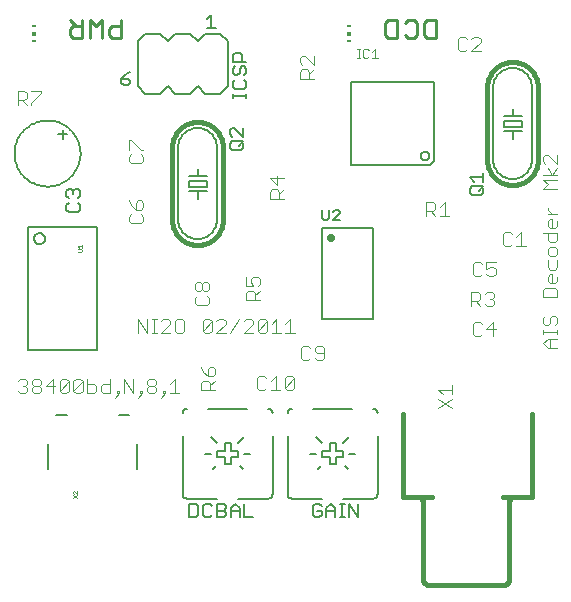
<source format=gto>
G75*
G70*
%OFA0B0*%
%FSLAX24Y24*%
%IPPOS*%
%LPD*%
%AMOC8*
5,1,8,0,0,1.08239X$1,22.5*
%
%ADD10C,0.0040*%
%ADD11C,0.0110*%
%ADD12C,0.0060*%
%ADD13C,0.0030*%
%ADD14C,0.0160*%
%ADD15C,0.0050*%
%ADD16R,0.0118X0.0059*%
%ADD17R,0.0118X0.0118*%
%ADD18C,0.0010*%
%ADD19C,0.0080*%
%ADD20C,0.0070*%
%ADD21C,0.0279*%
%ADD22C,0.0161*%
D10*
X004424Y006453D02*
X004577Y006606D01*
X004501Y006606D01*
X004501Y006683D01*
X004577Y006683D01*
X004577Y006606D01*
X004501Y006606D01*
X004501Y006683D01*
X004577Y006683D01*
X004577Y006606D01*
X004424Y006453D01*
X004270Y006606D02*
X004040Y006606D01*
X003964Y006683D01*
X003964Y006836D01*
X004040Y006913D01*
X004270Y006913D01*
X004040Y006913D01*
X003964Y006836D01*
X003964Y006683D01*
X004040Y006606D01*
X004270Y006606D01*
X004270Y007067D01*
X004270Y006606D01*
X003810Y006683D02*
X003810Y006836D01*
X003733Y006913D01*
X003503Y006913D01*
X003733Y006913D01*
X003810Y006836D01*
X003810Y006683D01*
X003733Y006606D01*
X003503Y006606D01*
X003503Y007067D01*
X003503Y006606D01*
X003733Y006606D01*
X003810Y006683D01*
X003350Y006683D02*
X003350Y006990D01*
X003043Y006683D01*
X003120Y006606D01*
X003273Y006606D01*
X003350Y006683D01*
X003273Y006606D01*
X003120Y006606D01*
X003043Y006683D01*
X003043Y006990D01*
X003120Y007067D01*
X003273Y007067D01*
X003350Y006990D01*
X003043Y006683D01*
X003043Y006990D01*
X003120Y007067D01*
X003273Y007067D01*
X003350Y006990D01*
X003350Y006683D01*
X002889Y006683D02*
X002889Y006990D01*
X002582Y006683D01*
X002659Y006606D01*
X002813Y006606D01*
X002889Y006683D01*
X002813Y006606D01*
X002659Y006606D01*
X002582Y006683D01*
X002582Y006990D01*
X002659Y007067D01*
X002813Y007067D01*
X002889Y006990D01*
X002582Y006683D01*
X002582Y006990D01*
X002659Y007067D01*
X002813Y007067D01*
X002889Y006990D01*
X002889Y006683D01*
X002429Y006836D02*
X002122Y006836D01*
X002352Y007067D01*
X002352Y006606D01*
X002352Y007067D01*
X002122Y006836D01*
X002429Y006836D01*
X001969Y006760D02*
X001969Y006683D01*
X001892Y006606D01*
X001738Y006606D01*
X001662Y006683D01*
X001662Y006760D01*
X001738Y006836D01*
X001892Y006836D01*
X001969Y006760D01*
X001969Y006683D01*
X001892Y006606D01*
X001738Y006606D01*
X001662Y006683D01*
X001662Y006760D01*
X001738Y006836D01*
X001662Y006913D01*
X001662Y006990D01*
X001738Y007067D01*
X001892Y007067D01*
X001969Y006990D01*
X001969Y006913D01*
X001892Y006836D01*
X001738Y006836D01*
X001662Y006913D01*
X001662Y006990D01*
X001738Y007067D01*
X001892Y007067D01*
X001969Y006990D01*
X001969Y006913D01*
X001892Y006836D01*
X001969Y006760D01*
X001508Y006760D02*
X001508Y006683D01*
X001432Y006606D01*
X001278Y006606D01*
X001201Y006683D01*
X001278Y006606D01*
X001432Y006606D01*
X001508Y006683D01*
X001508Y006760D01*
X001432Y006836D01*
X001355Y006836D01*
X001432Y006836D01*
X001508Y006913D01*
X001508Y006990D01*
X001432Y007067D01*
X001278Y007067D01*
X001201Y006990D01*
X001278Y007067D01*
X001432Y007067D01*
X001508Y006990D01*
X001508Y006913D01*
X001432Y006836D01*
X001508Y006760D01*
X004731Y006606D02*
X004731Y007067D01*
X005038Y006606D01*
X005038Y007067D01*
X005038Y006606D01*
X004731Y007067D01*
X004731Y006606D01*
X005191Y006453D02*
X005345Y006606D01*
X005268Y006606D01*
X005268Y006683D01*
X005345Y006683D01*
X005345Y006606D01*
X005268Y006606D01*
X005268Y006683D01*
X005345Y006683D01*
X005345Y006606D01*
X005191Y006453D01*
X005498Y006683D02*
X005498Y006760D01*
X005575Y006836D01*
X005728Y006836D01*
X005805Y006760D01*
X005805Y006683D01*
X005728Y006606D01*
X005575Y006606D01*
X005498Y006683D01*
X005498Y006760D01*
X005575Y006836D01*
X005498Y006913D01*
X005498Y006990D01*
X005575Y007067D01*
X005728Y007067D01*
X005805Y006990D01*
X005805Y006913D01*
X005728Y006836D01*
X005575Y006836D01*
X005498Y006913D01*
X005498Y006990D01*
X005575Y007067D01*
X005728Y007067D01*
X005805Y006990D01*
X005805Y006913D01*
X005728Y006836D01*
X005805Y006760D01*
X005805Y006683D01*
X005728Y006606D01*
X005575Y006606D01*
X005498Y006683D01*
X005958Y006453D02*
X006112Y006606D01*
X006035Y006606D01*
X006035Y006683D01*
X006112Y006683D01*
X006112Y006606D01*
X006035Y006606D01*
X006035Y006683D01*
X006112Y006683D01*
X006112Y006606D01*
X005958Y006453D01*
X006265Y006606D02*
X006572Y006606D01*
X006265Y006606D01*
X006419Y006606D02*
X006419Y007067D01*
X006265Y006913D01*
X006419Y007067D01*
X006419Y006606D01*
X007301Y006706D02*
X007301Y006936D01*
X007378Y007013D01*
X007531Y007013D01*
X007608Y006936D01*
X007608Y006706D01*
X007761Y006706D02*
X007301Y006706D01*
X007608Y006860D02*
X007761Y007013D01*
X007685Y007167D02*
X007761Y007243D01*
X007761Y007397D01*
X007685Y007474D01*
X007608Y007474D01*
X007531Y007397D01*
X007531Y007167D01*
X007685Y007167D01*
X007531Y007167D02*
X007378Y007320D01*
X007301Y007474D01*
X007426Y008606D02*
X007350Y008683D01*
X007657Y008990D01*
X007657Y008683D01*
X007580Y008606D01*
X007426Y008606D01*
X007350Y008683D02*
X007350Y008990D01*
X007426Y009067D01*
X007580Y009067D01*
X007657Y008990D01*
X007810Y008990D02*
X007887Y009067D01*
X008040Y009067D01*
X008117Y008990D01*
X008117Y008913D01*
X007810Y008606D01*
X008117Y008606D01*
X008270Y008606D02*
X008577Y009067D01*
X008731Y008990D02*
X008807Y009067D01*
X008961Y009067D01*
X009038Y008990D01*
X009038Y008913D01*
X008731Y008606D01*
X009038Y008606D01*
X009191Y008683D02*
X009498Y008990D01*
X009498Y008683D01*
X009421Y008606D01*
X009268Y008606D01*
X009191Y008683D01*
X009191Y008990D01*
X009268Y009067D01*
X009421Y009067D01*
X009498Y008990D01*
X009651Y008913D02*
X009805Y009067D01*
X009805Y008606D01*
X009958Y008606D02*
X009651Y008606D01*
X010112Y008606D02*
X010419Y008606D01*
X010265Y008606D02*
X010265Y009067D01*
X010112Y008913D01*
X010707Y008167D02*
X010631Y008090D01*
X010631Y007783D01*
X010707Y007706D01*
X010861Y007706D01*
X010938Y007783D01*
X011091Y007783D02*
X011168Y007706D01*
X011321Y007706D01*
X011398Y007783D01*
X011398Y008090D01*
X011321Y008167D01*
X011168Y008167D01*
X011091Y008090D01*
X011091Y008013D01*
X011168Y007936D01*
X011398Y007936D01*
X010938Y008090D02*
X010861Y008167D01*
X010707Y008167D01*
X010321Y007167D02*
X010168Y007167D01*
X010091Y007090D01*
X010091Y006783D01*
X010398Y007090D01*
X010398Y006783D01*
X010321Y006706D01*
X010168Y006706D01*
X010091Y006783D01*
X009938Y006706D02*
X009631Y006706D01*
X009784Y006706D02*
X009784Y007167D01*
X009631Y007013D01*
X009477Y007090D02*
X009400Y007167D01*
X009247Y007167D01*
X009170Y007090D01*
X009170Y006783D01*
X009247Y006706D01*
X009400Y006706D01*
X009477Y006783D01*
X010321Y007167D02*
X010398Y007090D01*
X009261Y009706D02*
X008801Y009706D01*
X008801Y009936D01*
X008878Y010013D01*
X009031Y010013D01*
X009108Y009936D01*
X009108Y009706D01*
X009108Y009860D02*
X009261Y010013D01*
X009185Y010167D02*
X009261Y010243D01*
X009261Y010397D01*
X009185Y010474D01*
X009031Y010474D01*
X008955Y010397D01*
X008955Y010320D01*
X009031Y010167D01*
X008801Y010167D01*
X008801Y010474D01*
X007561Y010226D02*
X007561Y010073D01*
X007485Y009996D01*
X007408Y009996D01*
X007331Y010073D01*
X007331Y010226D01*
X007408Y010303D01*
X007485Y010303D01*
X007561Y010226D01*
X007331Y010226D02*
X007255Y010303D01*
X007178Y010303D01*
X007101Y010226D01*
X007101Y010073D01*
X007178Y009996D01*
X007255Y009996D01*
X007331Y010073D01*
X007178Y009842D02*
X007101Y009766D01*
X007101Y009612D01*
X007178Y009536D01*
X007485Y009536D01*
X007561Y009612D01*
X007561Y009766D01*
X007485Y009842D01*
X006659Y009067D02*
X006736Y008990D01*
X006736Y008683D01*
X006659Y008606D01*
X006506Y008606D01*
X006429Y008683D01*
X006429Y008990D01*
X006506Y009067D01*
X006659Y009067D01*
X006276Y008990D02*
X006199Y009067D01*
X006045Y009067D01*
X005969Y008990D01*
X005815Y009067D02*
X005662Y009067D01*
X005738Y009067D02*
X005738Y008606D01*
X005662Y008606D02*
X005815Y008606D01*
X005969Y008606D02*
X006276Y008913D01*
X006276Y008990D01*
X006276Y008606D02*
X005969Y008606D01*
X005508Y008606D02*
X005508Y009067D01*
X005201Y009067D02*
X005201Y008606D01*
X005508Y008606D02*
X005201Y009067D01*
X005285Y012256D02*
X004978Y012256D01*
X004901Y012333D01*
X004901Y012486D01*
X004978Y012563D01*
X005131Y012717D02*
X005131Y012947D01*
X005208Y013024D01*
X005285Y013024D01*
X005361Y012947D01*
X005361Y012793D01*
X005285Y012717D01*
X005131Y012717D01*
X004978Y012870D01*
X004901Y013024D01*
X005285Y012563D02*
X005361Y012486D01*
X005361Y012333D01*
X005285Y012256D01*
X005285Y014256D02*
X004978Y014256D01*
X004901Y014333D01*
X004901Y014486D01*
X004978Y014563D01*
X004901Y014717D02*
X004901Y015024D01*
X004978Y015024D01*
X005285Y014717D01*
X005361Y014717D01*
X005285Y014563D02*
X005361Y014486D01*
X005361Y014333D01*
X005285Y014256D01*
X001948Y016590D02*
X001641Y016283D01*
X001641Y016206D01*
X001488Y016206D02*
X001334Y016360D01*
X001411Y016360D02*
X001181Y016360D01*
X001181Y016206D02*
X001181Y016667D01*
X001411Y016667D01*
X001488Y016590D01*
X001488Y016436D01*
X001411Y016360D01*
X001641Y016667D02*
X001948Y016667D01*
X001948Y016590D01*
X009601Y013776D02*
X009831Y013546D01*
X009831Y013853D01*
X010061Y013776D02*
X009601Y013776D01*
X009678Y013392D02*
X009831Y013392D01*
X009908Y013316D01*
X009908Y013086D01*
X009908Y013239D02*
X010061Y013392D01*
X010061Y013086D02*
X009601Y013086D01*
X009601Y013316D01*
X009678Y013392D01*
X010601Y017086D02*
X010601Y017316D01*
X010678Y017392D01*
X010831Y017392D01*
X010908Y017316D01*
X010908Y017086D01*
X010908Y017239D02*
X011061Y017392D01*
X011061Y017546D02*
X010755Y017853D01*
X010678Y017853D01*
X010601Y017776D01*
X010601Y017623D01*
X010678Y017546D01*
X011061Y017546D02*
X011061Y017853D01*
X011061Y017086D02*
X010601Y017086D01*
X014801Y012967D02*
X015032Y012967D01*
X015108Y012890D01*
X015108Y012736D01*
X015032Y012660D01*
X014801Y012660D01*
X014801Y012506D02*
X014801Y012967D01*
X014955Y012660D02*
X015108Y012506D01*
X015262Y012506D02*
X015569Y012506D01*
X015415Y012506D02*
X015415Y012967D01*
X015262Y012813D01*
X016428Y010967D02*
X016351Y010890D01*
X016351Y010583D01*
X016428Y010506D01*
X016582Y010506D01*
X016658Y010583D01*
X016812Y010583D02*
X016888Y010506D01*
X017042Y010506D01*
X017119Y010583D01*
X017119Y010736D01*
X017042Y010813D01*
X016965Y010813D01*
X016812Y010736D01*
X016812Y010967D01*
X017119Y010967D01*
X016658Y010890D02*
X016582Y010967D01*
X016428Y010967D01*
X016532Y009967D02*
X016301Y009967D01*
X016301Y009506D01*
X016301Y009660D02*
X016532Y009660D01*
X016608Y009736D01*
X016608Y009890D01*
X016532Y009967D01*
X016762Y009890D02*
X016838Y009967D01*
X016992Y009967D01*
X017069Y009890D01*
X017069Y009813D01*
X016992Y009736D01*
X017069Y009660D01*
X017069Y009583D01*
X016992Y009506D01*
X016838Y009506D01*
X016762Y009583D01*
X016608Y009506D02*
X016455Y009660D01*
X016915Y009736D02*
X016992Y009736D01*
X017042Y008967D02*
X016812Y008736D01*
X017119Y008736D01*
X017042Y008506D02*
X017042Y008967D01*
X016658Y008890D02*
X016582Y008967D01*
X016428Y008967D01*
X016351Y008890D01*
X016351Y008583D01*
X016428Y008506D01*
X016582Y008506D01*
X016658Y008583D01*
X015661Y006874D02*
X015661Y006567D01*
X015661Y006720D02*
X015201Y006720D01*
X015355Y006567D01*
X015201Y006413D02*
X015661Y006106D01*
X015661Y006413D02*
X015201Y006106D01*
X018701Y008260D02*
X018855Y008413D01*
X019161Y008413D01*
X019161Y008567D02*
X019161Y008720D01*
X019161Y008643D02*
X018701Y008643D01*
X018701Y008567D02*
X018701Y008720D01*
X018778Y008874D02*
X018701Y008950D01*
X018701Y009104D01*
X018778Y009180D01*
X018931Y009104D02*
X019008Y009180D01*
X019085Y009180D01*
X019161Y009104D01*
X019161Y008950D01*
X019085Y008874D01*
X018931Y008950D02*
X018931Y009104D01*
X018931Y008950D02*
X018855Y008874D01*
X018778Y008874D01*
X018931Y008413D02*
X018931Y008106D01*
X018855Y008106D02*
X018701Y008260D01*
X018855Y008106D02*
X019161Y008106D01*
X019161Y009794D02*
X018701Y009794D01*
X018701Y010024D01*
X018778Y010101D01*
X019085Y010101D01*
X019161Y010024D01*
X019161Y009794D01*
X019085Y010255D02*
X018931Y010255D01*
X018855Y010331D01*
X018855Y010485D01*
X018931Y010561D01*
X019008Y010561D01*
X019008Y010255D01*
X019085Y010255D02*
X019161Y010331D01*
X019161Y010485D01*
X019085Y010715D02*
X019161Y010792D01*
X019161Y011022D01*
X019085Y011175D02*
X019161Y011252D01*
X019161Y011405D01*
X019085Y011482D01*
X018931Y011482D01*
X018855Y011405D01*
X018855Y011252D01*
X018931Y011175D01*
X019085Y011175D01*
X018855Y011022D02*
X018855Y010792D01*
X018931Y010715D01*
X019085Y010715D01*
X019085Y011636D02*
X018931Y011636D01*
X018855Y011712D01*
X018855Y011943D01*
X018701Y011943D02*
X019161Y011943D01*
X019161Y011712D01*
X019085Y011636D01*
X019085Y012096D02*
X018931Y012096D01*
X018855Y012173D01*
X018855Y012326D01*
X018931Y012403D01*
X019008Y012403D01*
X019008Y012096D01*
X019085Y012096D02*
X019161Y012173D01*
X019161Y012326D01*
X019161Y012556D02*
X018855Y012556D01*
X019008Y012556D02*
X018855Y012710D01*
X018855Y012787D01*
X018701Y013400D02*
X018855Y013554D01*
X018701Y013707D01*
X019161Y013707D01*
X019161Y013861D02*
X018701Y013861D01*
X018855Y014091D02*
X019008Y013861D01*
X019161Y014091D01*
X019161Y014244D02*
X018855Y014551D01*
X018778Y014551D01*
X018701Y014474D01*
X018701Y014321D01*
X018778Y014244D01*
X019161Y014244D02*
X019161Y014551D01*
X019161Y013400D02*
X018701Y013400D01*
X017965Y011967D02*
X017965Y011506D01*
X017812Y011506D02*
X018119Y011506D01*
X017812Y011813D02*
X017965Y011967D01*
X017658Y011890D02*
X017582Y011967D01*
X017428Y011967D01*
X017351Y011890D01*
X017351Y011583D01*
X017428Y011506D01*
X017582Y011506D01*
X017658Y011583D01*
X016619Y018006D02*
X016312Y018006D01*
X016619Y018313D01*
X016619Y018390D01*
X016542Y018467D01*
X016388Y018467D01*
X016312Y018390D01*
X016158Y018390D02*
X016082Y018467D01*
X015928Y018467D01*
X015851Y018390D01*
X015851Y018083D01*
X015928Y018006D01*
X016082Y018006D01*
X016158Y018083D01*
D11*
X015126Y018441D02*
X015126Y019031D01*
X014831Y019031D01*
X014733Y018933D01*
X014733Y018539D01*
X014831Y018441D01*
X015126Y018441D01*
X014482Y018539D02*
X014482Y018933D01*
X014384Y019031D01*
X014187Y019031D01*
X014088Y018933D01*
X013837Y019031D02*
X013837Y018441D01*
X013542Y018441D01*
X013444Y018539D01*
X013444Y018933D01*
X013542Y019031D01*
X013837Y019031D01*
X014088Y018539D02*
X014187Y018441D01*
X014384Y018441D01*
X014482Y018539D01*
X004626Y018441D02*
X004331Y018441D01*
X004233Y018539D01*
X004233Y018736D01*
X004331Y018834D01*
X004626Y018834D01*
X004626Y019031D02*
X004626Y018441D01*
X003982Y018441D02*
X003982Y019031D01*
X003785Y018834D01*
X003588Y019031D01*
X003588Y018441D01*
X003337Y018441D02*
X003042Y018441D01*
X002944Y018539D01*
X002944Y018736D01*
X003042Y018834D01*
X003337Y018834D01*
X003141Y018834D02*
X002944Y019031D01*
X003337Y019031D02*
X003337Y018441D01*
D12*
X005181Y018336D02*
X005181Y016836D01*
X005431Y016586D01*
X005931Y016586D01*
X006181Y016836D01*
X006431Y016586D01*
X006931Y016586D01*
X007181Y016836D01*
X007431Y016586D01*
X007931Y016586D01*
X008181Y016836D01*
X008181Y018336D01*
X007931Y018586D01*
X007431Y018586D01*
X007181Y018336D01*
X006931Y018586D01*
X006431Y018586D01*
X006181Y018336D01*
X005931Y018586D01*
X005431Y018586D01*
X005181Y018336D01*
X002681Y015386D02*
X002681Y015236D01*
X002831Y015236D01*
X002681Y015236D02*
X002681Y015086D01*
X002681Y015236D02*
X002531Y015236D01*
X001081Y014586D02*
X001083Y014652D01*
X001089Y014717D01*
X001099Y014782D01*
X001112Y014847D01*
X001130Y014910D01*
X001151Y014973D01*
X001176Y015033D01*
X001205Y015093D01*
X001237Y015150D01*
X001272Y015206D01*
X001311Y015259D01*
X001353Y015310D01*
X001397Y015358D01*
X001445Y015403D01*
X001495Y015446D01*
X001548Y015485D01*
X001603Y015522D01*
X001660Y015555D01*
X001719Y015584D01*
X001779Y015610D01*
X001841Y015632D01*
X001904Y015651D01*
X001968Y015665D01*
X002033Y015676D01*
X002099Y015683D01*
X002165Y015686D01*
X002230Y015685D01*
X002296Y015680D01*
X002361Y015671D01*
X002426Y015658D01*
X002489Y015642D01*
X002552Y015622D01*
X002613Y015597D01*
X002673Y015570D01*
X002731Y015539D01*
X002787Y015504D01*
X002841Y015466D01*
X002892Y015425D01*
X002941Y015381D01*
X002987Y015334D01*
X003031Y015285D01*
X003071Y015233D01*
X003108Y015178D01*
X003142Y015122D01*
X003172Y015063D01*
X003199Y015003D01*
X003222Y014942D01*
X003241Y014879D01*
X003257Y014815D01*
X003269Y014750D01*
X003277Y014685D01*
X003281Y014619D01*
X003281Y014553D01*
X003277Y014487D01*
X003269Y014422D01*
X003257Y014357D01*
X003241Y014293D01*
X003222Y014230D01*
X003199Y014169D01*
X003172Y014109D01*
X003142Y014050D01*
X003108Y013994D01*
X003071Y013939D01*
X003031Y013887D01*
X002987Y013838D01*
X002941Y013791D01*
X002892Y013747D01*
X002841Y013706D01*
X002787Y013668D01*
X002731Y013633D01*
X002673Y013602D01*
X002613Y013575D01*
X002552Y013550D01*
X002489Y013530D01*
X002426Y013514D01*
X002361Y013501D01*
X002296Y013492D01*
X002230Y013487D01*
X002165Y013486D01*
X002099Y013489D01*
X002033Y013496D01*
X001968Y013507D01*
X001904Y013521D01*
X001841Y013540D01*
X001779Y013562D01*
X001719Y013588D01*
X001660Y013617D01*
X001603Y013650D01*
X001548Y013687D01*
X001495Y013726D01*
X001445Y013769D01*
X001397Y013814D01*
X001353Y013862D01*
X001311Y013913D01*
X001272Y013966D01*
X001237Y014022D01*
X001205Y014079D01*
X001176Y014139D01*
X001151Y014199D01*
X001130Y014262D01*
X001112Y014325D01*
X001099Y014390D01*
X001089Y014455D01*
X001083Y014520D01*
X001081Y014586D01*
X001530Y012134D02*
X003833Y012134D01*
X003833Y008039D01*
X001530Y008039D01*
X001530Y012134D01*
X001733Y011750D02*
X001735Y011776D01*
X001741Y011802D01*
X001750Y011827D01*
X001763Y011850D01*
X001779Y011871D01*
X001798Y011889D01*
X001820Y011905D01*
X001843Y011917D01*
X001868Y011925D01*
X001894Y011930D01*
X001921Y011931D01*
X001947Y011928D01*
X001972Y011921D01*
X001997Y011911D01*
X002019Y011897D01*
X002040Y011880D01*
X002057Y011861D01*
X002072Y011839D01*
X002083Y011815D01*
X002091Y011789D01*
X002095Y011763D01*
X002095Y011737D01*
X002091Y011711D01*
X002083Y011685D01*
X002072Y011661D01*
X002057Y011639D01*
X002040Y011620D01*
X002019Y011603D01*
X001997Y011589D01*
X001972Y011579D01*
X001947Y011572D01*
X001921Y011569D01*
X001894Y011570D01*
X001868Y011575D01*
X001843Y011583D01*
X001820Y011595D01*
X001798Y011611D01*
X001779Y011629D01*
X001763Y011650D01*
X001750Y011673D01*
X001741Y011698D01*
X001735Y011724D01*
X001733Y011750D01*
X006531Y012386D02*
X006531Y014786D01*
X006533Y014836D01*
X006539Y014885D01*
X006548Y014934D01*
X006561Y014982D01*
X006578Y015029D01*
X006598Y015074D01*
X006622Y015118D01*
X006649Y015160D01*
X006680Y015200D01*
X006713Y015237D01*
X006749Y015271D01*
X006787Y015303D01*
X006828Y015332D01*
X006870Y015357D01*
X006915Y015379D01*
X006961Y015398D01*
X007009Y015413D01*
X007057Y015424D01*
X007106Y015432D01*
X007156Y015436D01*
X007206Y015436D01*
X007256Y015432D01*
X007305Y015424D01*
X007353Y015413D01*
X007401Y015398D01*
X007447Y015379D01*
X007492Y015357D01*
X007534Y015332D01*
X007575Y015303D01*
X007613Y015271D01*
X007649Y015237D01*
X007682Y015200D01*
X007713Y015160D01*
X007740Y015118D01*
X007764Y015074D01*
X007784Y015029D01*
X007801Y014982D01*
X007814Y014934D01*
X007823Y014885D01*
X007829Y014836D01*
X007831Y014786D01*
X007831Y012386D01*
X007829Y012336D01*
X007823Y012287D01*
X007814Y012238D01*
X007801Y012190D01*
X007784Y012143D01*
X007764Y012098D01*
X007740Y012054D01*
X007713Y012012D01*
X007682Y011972D01*
X007649Y011935D01*
X007613Y011901D01*
X007575Y011869D01*
X007534Y011840D01*
X007492Y011815D01*
X007447Y011793D01*
X007401Y011774D01*
X007353Y011759D01*
X007305Y011748D01*
X007256Y011740D01*
X007206Y011736D01*
X007156Y011736D01*
X007106Y011740D01*
X007057Y011748D01*
X007009Y011759D01*
X006961Y011774D01*
X006915Y011793D01*
X006870Y011815D01*
X006828Y011840D01*
X006787Y011869D01*
X006749Y011901D01*
X006713Y011935D01*
X006680Y011972D01*
X006649Y012012D01*
X006622Y012054D01*
X006598Y012098D01*
X006578Y012143D01*
X006561Y012190D01*
X006548Y012238D01*
X006539Y012287D01*
X006533Y012336D01*
X006531Y012386D01*
X007181Y013086D02*
X007181Y013336D01*
X006881Y013336D01*
X006881Y013486D02*
X006881Y013686D01*
X007481Y013686D01*
X007481Y013486D01*
X006881Y013486D01*
X006881Y013836D02*
X007181Y013836D01*
X007181Y014086D01*
X007181Y013836D02*
X007481Y013836D01*
X007481Y013336D02*
X007181Y013336D01*
X012301Y014206D02*
X014922Y014206D01*
X015061Y014346D01*
X015061Y016966D01*
X012301Y016966D01*
X012301Y014206D01*
X014620Y014506D02*
X014622Y014529D01*
X014628Y014552D01*
X014637Y014573D01*
X014650Y014593D01*
X014666Y014610D01*
X014684Y014624D01*
X014704Y014635D01*
X014726Y014643D01*
X014749Y014647D01*
X014773Y014647D01*
X014796Y014643D01*
X014818Y014635D01*
X014838Y014624D01*
X014856Y014610D01*
X014872Y014593D01*
X014885Y014573D01*
X014894Y014552D01*
X014900Y014529D01*
X014902Y014506D01*
X014900Y014483D01*
X014894Y014460D01*
X014885Y014439D01*
X014872Y014419D01*
X014856Y014402D01*
X014838Y014388D01*
X014818Y014377D01*
X014796Y014369D01*
X014773Y014365D01*
X014749Y014365D01*
X014726Y014369D01*
X014704Y014377D01*
X014684Y014388D01*
X014666Y014402D01*
X014650Y014419D01*
X014637Y014439D01*
X014628Y014460D01*
X014622Y014483D01*
X014620Y014506D01*
X017031Y014386D02*
X017031Y016786D01*
X017033Y016836D01*
X017039Y016885D01*
X017048Y016934D01*
X017061Y016982D01*
X017078Y017029D01*
X017098Y017074D01*
X017122Y017118D01*
X017149Y017160D01*
X017180Y017200D01*
X017213Y017237D01*
X017249Y017271D01*
X017287Y017303D01*
X017328Y017332D01*
X017370Y017357D01*
X017415Y017379D01*
X017461Y017398D01*
X017509Y017413D01*
X017557Y017424D01*
X017606Y017432D01*
X017656Y017436D01*
X017706Y017436D01*
X017756Y017432D01*
X017805Y017424D01*
X017853Y017413D01*
X017901Y017398D01*
X017947Y017379D01*
X017992Y017357D01*
X018034Y017332D01*
X018075Y017303D01*
X018113Y017271D01*
X018149Y017237D01*
X018182Y017200D01*
X018213Y017160D01*
X018240Y017118D01*
X018264Y017074D01*
X018284Y017029D01*
X018301Y016982D01*
X018314Y016934D01*
X018323Y016885D01*
X018329Y016836D01*
X018331Y016786D01*
X018331Y014386D01*
X018329Y014336D01*
X018323Y014287D01*
X018314Y014238D01*
X018301Y014190D01*
X018284Y014143D01*
X018264Y014098D01*
X018240Y014054D01*
X018213Y014012D01*
X018182Y013972D01*
X018149Y013935D01*
X018113Y013901D01*
X018075Y013869D01*
X018034Y013840D01*
X017992Y013815D01*
X017947Y013793D01*
X017901Y013774D01*
X017853Y013759D01*
X017805Y013748D01*
X017756Y013740D01*
X017706Y013736D01*
X017656Y013736D01*
X017606Y013740D01*
X017557Y013748D01*
X017509Y013759D01*
X017461Y013774D01*
X017415Y013793D01*
X017370Y013815D01*
X017328Y013840D01*
X017287Y013869D01*
X017249Y013901D01*
X017213Y013935D01*
X017180Y013972D01*
X017149Y014012D01*
X017122Y014054D01*
X017098Y014098D01*
X017078Y014143D01*
X017061Y014190D01*
X017048Y014238D01*
X017039Y014287D01*
X017033Y014336D01*
X017031Y014386D01*
X017681Y015086D02*
X017681Y015336D01*
X017381Y015336D01*
X017381Y015486D02*
X017381Y015686D01*
X017981Y015686D01*
X017981Y015486D01*
X017381Y015486D01*
X017681Y015336D02*
X017981Y015336D01*
X017981Y015836D02*
X017681Y015836D01*
X017681Y016086D01*
X017681Y015836D02*
X017381Y015836D01*
X013031Y006086D02*
X013054Y006084D01*
X013077Y006079D01*
X013099Y006070D01*
X013119Y006057D01*
X013137Y006042D01*
X013152Y006024D01*
X013165Y006004D01*
X013174Y005982D01*
X013179Y005959D01*
X013181Y005936D01*
X013181Y005186D02*
X013181Y003236D01*
X013179Y003213D01*
X013174Y003190D01*
X013165Y003168D01*
X013152Y003148D01*
X013137Y003130D01*
X013119Y003115D01*
X013099Y003102D01*
X013077Y003093D01*
X013054Y003088D01*
X013031Y003086D01*
X012031Y003086D01*
X011331Y003086D02*
X010331Y003086D01*
X010308Y003088D01*
X010285Y003093D01*
X010263Y003102D01*
X010243Y003115D01*
X010225Y003130D01*
X010210Y003148D01*
X010197Y003168D01*
X010188Y003190D01*
X010183Y003213D01*
X010181Y003236D01*
X010181Y005186D01*
X009681Y005186D02*
X009681Y003236D01*
X009679Y003213D01*
X009674Y003190D01*
X009665Y003168D01*
X009652Y003148D01*
X009637Y003130D01*
X009619Y003115D01*
X009599Y003102D01*
X009577Y003093D01*
X009554Y003088D01*
X009531Y003086D01*
X008531Y003086D01*
X007831Y003086D02*
X006831Y003086D01*
X006808Y003088D01*
X006785Y003093D01*
X006763Y003102D01*
X006743Y003115D01*
X006725Y003130D01*
X006710Y003148D01*
X006697Y003168D01*
X006688Y003190D01*
X006683Y003213D01*
X006681Y003236D01*
X006681Y005186D01*
X006681Y005936D02*
X006683Y005959D01*
X006688Y005982D01*
X006697Y006004D01*
X006710Y006024D01*
X006725Y006042D01*
X006743Y006057D01*
X006763Y006070D01*
X006785Y006079D01*
X006808Y006084D01*
X006831Y006086D01*
X007531Y006086D02*
X008831Y006086D01*
X009531Y006086D02*
X009554Y006084D01*
X009577Y006079D01*
X009599Y006070D01*
X009619Y006057D01*
X009637Y006042D01*
X009652Y006024D01*
X009665Y006004D01*
X009674Y005982D01*
X009679Y005959D01*
X009681Y005936D01*
X010181Y005936D02*
X010183Y005959D01*
X010188Y005982D01*
X010197Y006004D01*
X010210Y006024D01*
X010225Y006042D01*
X010243Y006057D01*
X010263Y006070D01*
X010285Y006079D01*
X010308Y006084D01*
X010331Y006086D01*
X011031Y006086D02*
X012331Y006086D01*
X012231Y005136D02*
X012031Y004936D01*
X012031Y004686D02*
X012031Y004486D01*
X011781Y004486D01*
X011781Y004236D01*
X011581Y004236D01*
X011581Y004486D01*
X011331Y004486D01*
X011331Y004686D01*
X011581Y004686D01*
X011581Y004936D01*
X011781Y004936D01*
X011781Y004686D01*
X012031Y004686D01*
X012231Y004586D02*
X012431Y004586D01*
X012081Y004186D02*
X012181Y004086D01*
X011281Y004186D02*
X011181Y004086D01*
X011131Y004586D02*
X010931Y004586D01*
X011331Y004936D02*
X011131Y005136D01*
X008931Y004586D02*
X008731Y004586D01*
X008531Y004486D02*
X008281Y004486D01*
X008281Y004236D01*
X008081Y004236D01*
X008081Y004486D01*
X007831Y004486D01*
X007831Y004686D01*
X008081Y004686D01*
X008081Y004936D01*
X008281Y004936D01*
X008281Y004686D01*
X008531Y004686D01*
X008531Y004486D01*
X008581Y004186D02*
X008681Y004086D01*
X008531Y004936D02*
X008731Y005136D01*
X007831Y004936D02*
X007631Y005136D01*
X007631Y004586D02*
X007431Y004586D01*
X007781Y004186D02*
X007681Y004086D01*
D13*
X012501Y017781D02*
X012597Y017781D01*
X012549Y017781D02*
X012549Y018072D01*
X012501Y018072D02*
X012597Y018072D01*
X012697Y018023D02*
X012697Y017830D01*
X012745Y017781D01*
X012842Y017781D01*
X012891Y017830D01*
X012992Y017781D02*
X013185Y017781D01*
X013089Y017781D02*
X013089Y018072D01*
X012992Y017975D01*
X012891Y018023D02*
X012842Y018072D01*
X012745Y018072D01*
X012697Y018023D01*
D14*
X016831Y016786D02*
X016831Y014386D01*
X016833Y014329D01*
X016839Y014273D01*
X016848Y014217D01*
X016861Y014161D01*
X016878Y014107D01*
X016898Y014054D01*
X016922Y014003D01*
X016950Y013953D01*
X016980Y013905D01*
X017014Y013859D01*
X017051Y013816D01*
X017090Y013775D01*
X017132Y013737D01*
X017177Y013702D01*
X017224Y013670D01*
X017273Y013641D01*
X017323Y013615D01*
X017376Y013593D01*
X017429Y013574D01*
X017484Y013559D01*
X017540Y013548D01*
X017596Y013540D01*
X017653Y013536D01*
X017709Y013536D01*
X017766Y013540D01*
X017822Y013548D01*
X017878Y013559D01*
X017933Y013574D01*
X017986Y013593D01*
X018039Y013615D01*
X018089Y013641D01*
X018138Y013670D01*
X018185Y013702D01*
X018230Y013737D01*
X018272Y013775D01*
X018311Y013816D01*
X018348Y013859D01*
X018382Y013905D01*
X018412Y013953D01*
X018440Y014003D01*
X018464Y014054D01*
X018484Y014107D01*
X018501Y014161D01*
X018514Y014217D01*
X018523Y014273D01*
X018529Y014329D01*
X018531Y014386D01*
X018531Y016786D01*
X018529Y016843D01*
X018523Y016899D01*
X018514Y016955D01*
X018501Y017011D01*
X018484Y017065D01*
X018464Y017118D01*
X018440Y017169D01*
X018412Y017219D01*
X018382Y017267D01*
X018348Y017313D01*
X018311Y017356D01*
X018272Y017397D01*
X018230Y017435D01*
X018185Y017470D01*
X018138Y017502D01*
X018089Y017531D01*
X018039Y017557D01*
X017986Y017579D01*
X017933Y017598D01*
X017878Y017613D01*
X017822Y017624D01*
X017766Y017632D01*
X017709Y017636D01*
X017653Y017636D01*
X017596Y017632D01*
X017540Y017624D01*
X017484Y017613D01*
X017429Y017598D01*
X017376Y017579D01*
X017323Y017557D01*
X017273Y017531D01*
X017224Y017502D01*
X017177Y017470D01*
X017132Y017435D01*
X017090Y017397D01*
X017051Y017356D01*
X017014Y017313D01*
X016980Y017267D01*
X016950Y017219D01*
X016922Y017169D01*
X016898Y017118D01*
X016878Y017065D01*
X016861Y017011D01*
X016848Y016955D01*
X016839Y016899D01*
X016833Y016843D01*
X016831Y016786D01*
X008031Y014786D02*
X008031Y012386D01*
X008029Y012329D01*
X008023Y012273D01*
X008014Y012217D01*
X008001Y012161D01*
X007984Y012107D01*
X007964Y012054D01*
X007940Y012003D01*
X007912Y011953D01*
X007882Y011905D01*
X007848Y011859D01*
X007811Y011816D01*
X007772Y011775D01*
X007730Y011737D01*
X007685Y011702D01*
X007638Y011670D01*
X007589Y011641D01*
X007539Y011615D01*
X007486Y011593D01*
X007433Y011574D01*
X007378Y011559D01*
X007322Y011548D01*
X007266Y011540D01*
X007209Y011536D01*
X007153Y011536D01*
X007096Y011540D01*
X007040Y011548D01*
X006984Y011559D01*
X006929Y011574D01*
X006876Y011593D01*
X006823Y011615D01*
X006773Y011641D01*
X006724Y011670D01*
X006677Y011702D01*
X006632Y011737D01*
X006590Y011775D01*
X006551Y011816D01*
X006514Y011859D01*
X006480Y011905D01*
X006450Y011953D01*
X006422Y012003D01*
X006398Y012054D01*
X006378Y012107D01*
X006361Y012161D01*
X006348Y012217D01*
X006339Y012273D01*
X006333Y012329D01*
X006331Y012386D01*
X006331Y014786D01*
X006333Y014843D01*
X006339Y014899D01*
X006348Y014955D01*
X006361Y015011D01*
X006378Y015065D01*
X006398Y015118D01*
X006422Y015169D01*
X006450Y015219D01*
X006480Y015267D01*
X006514Y015313D01*
X006551Y015356D01*
X006590Y015397D01*
X006632Y015435D01*
X006677Y015470D01*
X006724Y015502D01*
X006773Y015531D01*
X006823Y015557D01*
X006876Y015579D01*
X006929Y015598D01*
X006984Y015613D01*
X007040Y015624D01*
X007096Y015632D01*
X007153Y015636D01*
X007209Y015636D01*
X007266Y015632D01*
X007322Y015624D01*
X007378Y015613D01*
X007433Y015598D01*
X007486Y015579D01*
X007539Y015557D01*
X007589Y015531D01*
X007638Y015502D01*
X007685Y015470D01*
X007730Y015435D01*
X007772Y015397D01*
X007811Y015356D01*
X007848Y015313D01*
X007882Y015267D01*
X007912Y015219D01*
X007940Y015169D01*
X007964Y015118D01*
X007984Y015065D01*
X008001Y015011D01*
X008014Y014955D01*
X008023Y014899D01*
X008029Y014843D01*
X008031Y014786D01*
D15*
X008256Y014766D02*
X008256Y014916D01*
X008331Y014991D01*
X008631Y014991D01*
X008706Y014916D01*
X008706Y014766D01*
X008631Y014691D01*
X008331Y014691D01*
X008256Y014766D01*
X008556Y014841D02*
X008706Y014991D01*
X008706Y015151D02*
X008406Y015451D01*
X008331Y015451D01*
X008256Y015376D01*
X008256Y015226D01*
X008331Y015151D01*
X008706Y015151D02*
X008706Y015451D01*
X008806Y016423D02*
X008806Y016573D01*
X008806Y016498D02*
X008356Y016498D01*
X008356Y016423D02*
X008356Y016573D01*
X008431Y016730D02*
X008731Y016730D01*
X008806Y016805D01*
X008806Y016955D01*
X008731Y017030D01*
X008731Y017190D02*
X008806Y017266D01*
X008806Y017416D01*
X008731Y017491D01*
X008656Y017491D01*
X008581Y017416D01*
X008581Y017266D01*
X008506Y017190D01*
X008431Y017190D01*
X008356Y017266D01*
X008356Y017416D01*
X008431Y017491D01*
X008356Y017651D02*
X008356Y017876D01*
X008431Y017951D01*
X008581Y017951D01*
X008656Y017876D01*
X008656Y017651D01*
X008806Y017651D02*
X008356Y017651D01*
X008431Y017030D02*
X008356Y016955D01*
X008356Y016805D01*
X008431Y016730D01*
X007796Y018761D02*
X007496Y018761D01*
X007646Y018761D02*
X007646Y019212D01*
X007496Y019062D01*
X004946Y017312D02*
X004796Y017237D01*
X004646Y017086D01*
X004871Y017086D01*
X004946Y017011D01*
X004946Y016936D01*
X004871Y016861D01*
X004721Y016861D01*
X004646Y016936D01*
X004646Y017086D01*
X003181Y013401D02*
X003256Y013326D01*
X003256Y013176D01*
X003181Y013101D01*
X003181Y012941D02*
X003256Y012866D01*
X003256Y012716D01*
X003181Y012641D01*
X002881Y012641D01*
X002806Y012716D01*
X002806Y012866D01*
X002881Y012941D01*
X002881Y013101D02*
X002806Y013176D01*
X002806Y013326D01*
X002881Y013401D01*
X002956Y013401D01*
X003031Y013326D01*
X003106Y013401D01*
X003181Y013401D01*
X003031Y013326D02*
X003031Y013251D01*
X006904Y002912D02*
X007130Y002912D01*
X007205Y002837D01*
X007205Y002536D01*
X007130Y002461D01*
X006904Y002461D01*
X006904Y002912D01*
X007365Y002837D02*
X007365Y002536D01*
X007440Y002461D01*
X007590Y002461D01*
X007665Y002536D01*
X007825Y002461D02*
X008050Y002461D01*
X008125Y002536D01*
X008125Y002611D01*
X008050Y002686D01*
X007825Y002686D01*
X007665Y002837D02*
X007590Y002912D01*
X007440Y002912D01*
X007365Y002837D01*
X007825Y002912D02*
X007825Y002461D01*
X008050Y002686D02*
X008125Y002762D01*
X008125Y002837D01*
X008050Y002912D01*
X007825Y002912D01*
X008286Y002762D02*
X008286Y002461D01*
X008286Y002686D02*
X008586Y002686D01*
X008586Y002762D02*
X008586Y002461D01*
X008746Y002461D02*
X009046Y002461D01*
X008746Y002461D02*
X008746Y002912D01*
X008586Y002762D02*
X008436Y002912D01*
X008286Y002762D01*
X011018Y002837D02*
X011018Y002536D01*
X011093Y002461D01*
X011244Y002461D01*
X011319Y002536D01*
X011319Y002686D01*
X011168Y002686D01*
X011018Y002837D02*
X011093Y002912D01*
X011244Y002912D01*
X011319Y002837D01*
X011479Y002762D02*
X011629Y002912D01*
X011779Y002762D01*
X011779Y002461D01*
X011939Y002461D02*
X012089Y002461D01*
X012014Y002461D02*
X012014Y002912D01*
X011939Y002912D02*
X012089Y002912D01*
X012246Y002912D02*
X012546Y002461D01*
X012546Y002912D01*
X012246Y002912D02*
X012246Y002461D01*
X011779Y002686D02*
X011479Y002686D01*
X011479Y002762D02*
X011479Y002461D01*
X016331Y013191D02*
X016256Y013266D01*
X016256Y013416D01*
X016331Y013491D01*
X016631Y013491D01*
X016706Y013416D01*
X016706Y013266D01*
X016631Y013191D01*
X016331Y013191D01*
X016556Y013341D02*
X016706Y013491D01*
X016706Y013651D02*
X016706Y013951D01*
X016706Y013801D02*
X016256Y013801D01*
X016406Y013651D01*
D16*
X012240Y018350D03*
X012240Y018823D03*
X001740Y018823D03*
X001740Y018350D03*
D17*
X001740Y018586D03*
X012240Y018586D03*
D18*
X003176Y003191D02*
X003026Y003091D01*
X003026Y003191D02*
X003176Y003091D01*
X003176Y003239D02*
X003076Y003339D01*
X003051Y003339D01*
X003026Y003314D01*
X003026Y003264D01*
X003051Y003239D01*
X003176Y003239D02*
X003176Y003339D01*
X003186Y011297D02*
X003311Y011297D01*
X003336Y011322D01*
X003336Y011372D01*
X003311Y011397D01*
X003186Y011397D01*
X003236Y011444D02*
X003186Y011494D01*
X003336Y011494D01*
X003336Y011444D02*
X003336Y011544D01*
D19*
X002815Y005886D02*
X002461Y005886D01*
X002185Y004901D02*
X002185Y004074D01*
X004548Y005886D02*
X004902Y005886D01*
X005177Y004901D02*
X005177Y004074D01*
X011342Y009084D02*
X013021Y009084D01*
X013021Y012088D01*
X011342Y012088D01*
X011342Y009084D01*
D20*
X011396Y012371D02*
X011507Y012371D01*
X011562Y012426D01*
X011562Y012702D01*
X011710Y012646D02*
X011765Y012702D01*
X011875Y012702D01*
X011930Y012646D01*
X011930Y012591D01*
X011710Y012371D01*
X011930Y012371D01*
X011396Y012371D02*
X011341Y012426D01*
X011341Y012702D01*
D21*
X011639Y011774D03*
D22*
X014016Y005905D02*
X014016Y003149D01*
X014508Y003149D01*
X015000Y003149D01*
X014705Y002952D02*
X014705Y000393D01*
X014707Y000367D01*
X014712Y000342D01*
X014720Y000318D01*
X014731Y000295D01*
X014746Y000273D01*
X014763Y000254D01*
X014782Y000237D01*
X014803Y000222D01*
X014827Y000211D01*
X014851Y000203D01*
X014876Y000198D01*
X014902Y000196D01*
X014902Y000197D02*
X017363Y000197D01*
X017363Y000196D02*
X017389Y000198D01*
X017414Y000203D01*
X017438Y000211D01*
X017461Y000222D01*
X017483Y000237D01*
X017502Y000254D01*
X017519Y000273D01*
X017534Y000294D01*
X017545Y000318D01*
X017553Y000342D01*
X017558Y000367D01*
X017560Y000393D01*
X017559Y000393D02*
X017559Y002952D01*
X017561Y002978D01*
X017566Y003003D01*
X017574Y003027D01*
X017585Y003051D01*
X017600Y003072D01*
X017617Y003091D01*
X017636Y003108D01*
X017657Y003123D01*
X017681Y003134D01*
X017705Y003142D01*
X017730Y003147D01*
X017756Y003149D01*
X017363Y003149D01*
X017756Y003149D02*
X018347Y003149D01*
X018347Y005905D01*
X014705Y002952D02*
X014703Y002978D01*
X014698Y003003D01*
X014690Y003027D01*
X014679Y003050D01*
X014664Y003072D01*
X014647Y003091D01*
X014628Y003108D01*
X014607Y003123D01*
X014583Y003134D01*
X014559Y003142D01*
X014534Y003147D01*
X014508Y003149D01*
M02*

</source>
